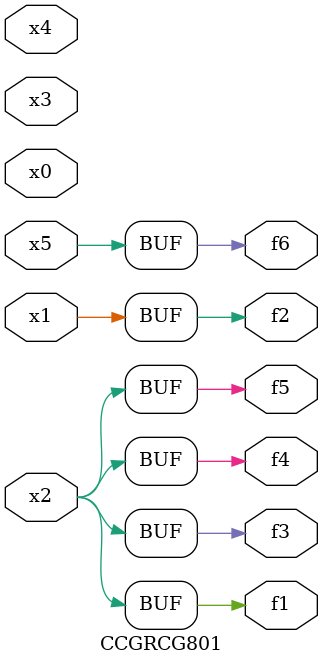
<source format=v>
module CCGRCG801(
	input x0, x1, x2, x3, x4, x5,
	output f1, f2, f3, f4, f5, f6
);
	assign f1 = x2;
	assign f2 = x1;
	assign f3 = x2;
	assign f4 = x2;
	assign f5 = x2;
	assign f6 = x5;
endmodule

</source>
